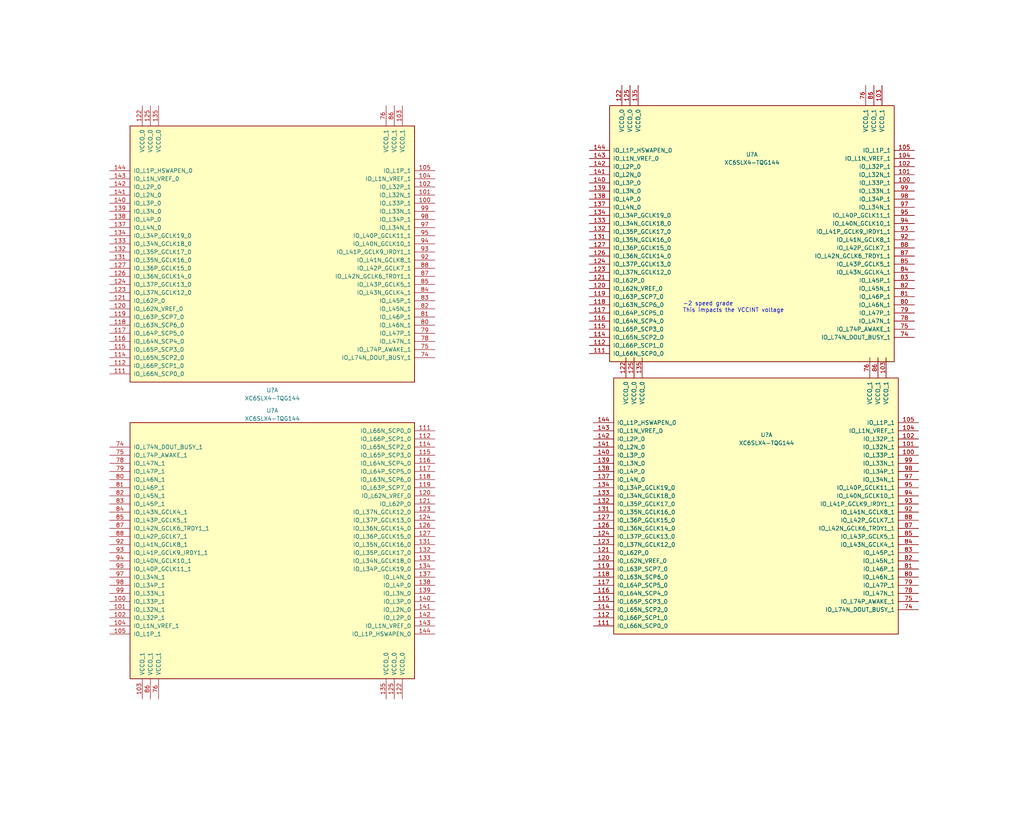
<source format=kicad_sch>
(kicad_sch (version 20210126) (generator eeschema)
  (paper "User" 319.989 259.994)
  (lib_symbols
    (symbol "FPGA_Xilinx_Spartan6:XC6SLX4-TQG144" (pin_names (offset 1.016))
      (property "Reference" "U" (at 0 1.27 0))
      (property "Value" "XC6SLX4-TQG144" (at 0 -1.27 0))
      (symbol "XC6SLX4-TQG144_1_1"
        (rectangle (start -44.45 36.83) (end 44.45 -43.18) (stroke (width 0.254)) (fill (type background)))
        (pin bidirectional line (at 50.8 12.7 180) (length 6.35) (name "IO_L33P_1") (number "100"))
        (pin bidirectional line (at 50.8 15.24 180) (length 6.35) (name "IO_L32N_1") (number "101"))
        (pin bidirectional line (at 50.8 17.78 180) (length 6.35) (name "IO_L32P_1") (number "102"))
        (pin power_in line (at 40.64 43.18 270) (length 6.35) (name "VCCO_1") (number "103"))
        (pin bidirectional line (at 50.8 20.32 180) (length 6.35) (name "IO_L1N_VREF_1") (number "104"))
        (pin bidirectional line (at 50.8 22.86 180) (length 6.35) (name "IO_L1P_1") (number "105"))
        (pin bidirectional line (at -50.8 -40.64 0) (length 6.35) (name "IO_L66N_SCP0_0") (number "111"))
        (pin bidirectional line (at -50.8 -38.1 0) (length 6.35) (name "IO_L66P_SCP1_0") (number "112"))
        (pin bidirectional line (at -50.8 -35.56 0) (length 6.35) (name "IO_L65N_SCP2_0") (number "114"))
        (pin bidirectional line (at -50.8 -33.02 0) (length 6.35) (name "IO_L65P_SCP3_0") (number "115"))
        (pin bidirectional line (at -50.8 -30.48 0) (length 6.35) (name "IO_L64N_SCP4_0") (number "116"))
        (pin bidirectional line (at -50.8 -27.94 0) (length 6.35) (name "IO_L64P_SCP5_0") (number "117"))
        (pin bidirectional line (at -50.8 -25.4 0) (length 6.35) (name "IO_L63N_SCP6_0") (number "118"))
        (pin bidirectional line (at -50.8 -22.86 0) (length 6.35) (name "IO_L63P_SCP7_0") (number "119"))
        (pin bidirectional line (at -50.8 -20.32 0) (length 6.35) (name "IO_L62N_VREF_0") (number "120"))
        (pin bidirectional line (at -50.8 -17.78 0) (length 6.35) (name "IO_L62P_0") (number "121"))
        (pin power_in line (at -40.64 43.18 270) (length 6.35) (name "VCCO_0") (number "122"))
        (pin bidirectional line (at -50.8 -15.24 0) (length 6.35) (name "IO_L37N_GCLK12_0") (number "123"))
        (pin bidirectional line (at -50.8 -12.7 0) (length 6.35) (name "IO_L37P_GCLK13_0") (number "124"))
        (pin power_in line (at -38.1 43.18 270) (length 6.35) (name "VCCO_0") (number "125"))
        (pin bidirectional line (at -50.8 -10.16 0) (length 6.35) (name "IO_L36N_GCLK14_0") (number "126"))
        (pin bidirectional line (at -50.8 -7.62 0) (length 6.35) (name "IO_L36P_GCLK15_0") (number "127"))
        (pin bidirectional line (at -50.8 -5.08 0) (length 6.35) (name "IO_L35N_GCLK16_0") (number "131"))
        (pin bidirectional line (at -50.8 -2.54 0) (length 6.35) (name "IO_L35P_GCLK17_0") (number "132"))
        (pin bidirectional line (at -50.8 0 0) (length 6.35) (name "IO_L34N_GCLK18_0") (number "133"))
        (pin bidirectional line (at -50.8 2.54 0) (length 6.35) (name "IO_L34P_GCLK19_0") (number "134"))
        (pin power_in line (at -35.56 43.18 270) (length 6.35) (name "VCCO_0") (number "135"))
        (pin bidirectional line (at -50.8 5.08 0) (length 6.35) (name "IO_L4N_0") (number "137"))
        (pin bidirectional line (at -50.8 7.62 0) (length 6.35) (name "IO_L4P_0") (number "138"))
        (pin bidirectional line (at -50.8 10.16 0) (length 6.35) (name "IO_L3N_0") (number "139"))
        (pin bidirectional line (at -50.8 12.7 0) (length 6.35) (name "IO_L3P_0") (number "140"))
        (pin bidirectional line (at -50.8 15.24 0) (length 6.35) (name "IO_L2N_0") (number "141"))
        (pin bidirectional line (at -50.8 17.78 0) (length 6.35) (name "IO_L2P_0") (number "142"))
        (pin bidirectional line (at -50.8 20.32 0) (length 6.35) (name "IO_L1N_VREF_0") (number "143"))
        (pin bidirectional line (at -50.8 22.86 0) (length 6.35) (name "IO_L1P_HSWAPEN_0") (number "144"))
        (pin bidirectional line (at 50.8 -35.56 180) (length 6.35) (name "IO_L74N_DOUT_BUSY_1") (number "74"))
        (pin bidirectional line (at 50.8 -33.02 180) (length 6.35) (name "IO_L74P_AWAKE_1") (number "75"))
        (pin power_in line (at 35.56 43.18 270) (length 6.35) (name "VCCO_1") (number "76"))
        (pin bidirectional line (at 50.8 -30.48 180) (length 6.35) (name "IO_L47N_1") (number "78"))
        (pin bidirectional line (at 50.8 -27.94 180) (length 6.35) (name "IO_L47P_1") (number "79"))
        (pin bidirectional line (at 50.8 -25.4 180) (length 6.35) (name "IO_L46N_1") (number "80"))
        (pin bidirectional line (at 50.8 -22.86 180) (length 6.35) (name "IO_L46P_1") (number "81"))
        (pin bidirectional line (at 50.8 -20.32 180) (length 6.35) (name "IO_L45N_1") (number "82"))
        (pin bidirectional line (at 50.8 -17.78 180) (length 6.35) (name "IO_L45P_1") (number "83"))
        (pin bidirectional line (at 50.8 -15.24 180) (length 6.35) (name "IO_L43N_GCLK4_1") (number "84"))
        (pin bidirectional line (at 50.8 -12.7 180) (length 6.35) (name "IO_L43P_GCLK5_1") (number "85"))
        (pin power_in line (at 38.1 43.18 270) (length 6.35) (name "VCCO_1") (number "86"))
        (pin bidirectional line (at 50.8 -10.16 180) (length 6.35) (name "IO_L42N_GCLK6_TRDY1_1") (number "87"))
        (pin bidirectional line (at 50.8 -7.62 180) (length 6.35) (name "IO_L42P_GCLK7_1") (number "88"))
        (pin bidirectional line (at 50.8 -5.08 180) (length 6.35) (name "IO_L41N_GCLK8_1") (number "92"))
        (pin bidirectional line (at 50.8 -2.54 180) (length 6.35) (name "IO_L41P_GCLK9_IRDY1_1") (number "93"))
        (pin bidirectional line (at 50.8 0 180) (length 6.35) (name "IO_L40N_GCLK10_1") (number "94"))
        (pin bidirectional line (at 50.8 2.54 180) (length 6.35) (name "IO_L40P_GCLK11_1") (number "95"))
        (pin bidirectional line (at 50.8 5.08 180) (length 6.35) (name "IO_L34N_1") (number "97"))
        (pin bidirectional line (at 50.8 7.62 180) (length 6.35) (name "IO_L34P_1") (number "98"))
        (pin bidirectional line (at 50.8 10.16 180) (length 6.35) (name "IO_L33N_1") (number "99"))
      )
      (symbol "XC6SLX4-TQG144_2_1"
        (rectangle (start -44.45 36.83) (end 44.45 -43.18) (stroke (width 0.254)) (fill (type background)))
        (pin bidirectional line (at 50.8 -40.64 180) (length 6.35) (name "IO_L83N_VREF_3") (number "1"))
        (pin bidirectional line (at 50.8 -22.86 180) (length 6.35) (name "IO_L50P_3") (number "10"))
        (pin bidirectional line (at 50.8 -20.32 180) (length 6.35) (name "IO_L49N_3") (number "11"))
        (pin bidirectional line (at 50.8 -17.78 180) (length 6.35) (name "IO_L49P_3") (number "12"))
        (pin bidirectional line (at 50.8 -15.24 180) (length 6.35) (name "IO_L44N_GCLK20_3") (number "14"))
        (pin bidirectional line (at 50.8 -12.7 180) (length 6.35) (name "IO_L44P_GCLK21_3") (number "15"))
        (pin bidirectional line (at 50.8 -10.16 180) (length 6.35) (name "IO_L43N_GCLK22_IRDY2_3") (number "16"))
        (pin bidirectional line (at 50.8 -7.62 180) (length 6.35) (name "IO_L43P_GCLK23_3") (number "17"))
        (pin power_in line (at 38.1 43.18 270) (length 6.35) (name "VCCO_3") (number "18"))
        (pin bidirectional line (at 50.8 -38.1 180) (length 6.35) (name "IO_L83P_3") (number "2"))
        (pin bidirectional line (at 50.8 -5.08 180) (length 6.35) (name "IO_L42N_GCLK24_3") (number "21"))
        (pin bidirectional line (at 50.8 -2.54 180) (length 6.35) (name "IO_L42P_GCLK25_TRDY2_3") (number "22"))
        (pin bidirectional line (at 50.8 0 180) (length 6.35) (name "IO_L41N_GCLK26_3") (number "23"))
        (pin bidirectional line (at 50.8 2.54 180) (length 6.35) (name "IO_L41P_GCLK27_3") (number "24"))
        (pin bidirectional line (at 50.8 5.08 180) (length 6.35) (name "IO_L37N_3") (number "26"))
        (pin bidirectional line (at 50.8 7.62 180) (length 6.35) (name "IO_L37P_3") (number "27"))
        (pin bidirectional line (at 50.8 10.16 180) (length 6.35) (name "IO_L36N_3") (number "29"))
        (pin bidirectional line (at 50.8 12.7 180) (length 6.35) (name "IO_L36P_3") (number "30"))
        (pin power_in line (at 40.64 43.18 270) (length 6.35) (name "VCCO_3") (number "31"))
        (pin bidirectional line (at 50.8 15.24 180) (length 6.35) (name "IO_L2N_3") (number "32"))
        (pin bidirectional line (at 50.8 17.78 180) (length 6.35) (name "IO_L2P_3") (number "33"))
        (pin bidirectional line (at 50.8 20.32 180) (length 6.35) (name "IO_L1N_VREF_3") (number "34"))
        (pin bidirectional line (at 50.8 22.86 180) (length 6.35) (name "IO_L1P_3") (number "35"))
        (pin bidirectional line (at -50.8 -40.64 0) (length 6.35) (name "IO_L65N_CSO_B_2") (number "38"))
        (pin bidirectional line (at -50.8 -38.1 0) (length 6.35) (name "IO_L65P_INIT_B_2") (number "39"))
        (pin power_in line (at 35.56 43.18 270) (length 6.35) (name "VCCO_3") (number "4"))
        (pin bidirectional line (at -50.8 -35.56 0) (length 6.35) (name "IO_L64N_D9_2") (number "40"))
        (pin bidirectional line (at -50.8 -33.02 0) (length 6.35) (name "IO_L64P_D8_2") (number "41"))
        (pin power_in line (at -40.64 43.18 270) (length 6.35) (name "VCCO_2") (number "42"))
        (pin bidirectional line (at -50.8 -30.48 0) (length 6.35) (name "IO_L62N_D6_2") (number "43"))
        (pin bidirectional line (at -50.8 -27.94 0) (length 6.35) (name "IO_L62P_D5_2") (number "44"))
        (pin bidirectional line (at -50.8 -25.4 0) (length 6.35) (name "IO_L49N_D4_2") (number "45"))
        (pin bidirectional line (at -50.8 -22.86 0) (length 6.35) (name "IO_L49P_D3_2") (number "46"))
        (pin bidirectional line (at -50.8 -20.32 0) (length 6.35) (name "IO_L48N_RDWR_B_VREF_2") (number "47"))
        (pin bidirectional line (at -50.8 -17.78 0) (length 6.35) (name "IO_L48P_D7_2") (number "48"))
        (pin bidirectional line (at 50.8 -35.56 180) (length 6.35) (name "IO_L52N_3") (number "5"))
        (pin bidirectional line (at -50.8 -15.24 0) (length 6.35) (name "IO_L31N_GCLK30_D15_2") (number "50"))
        (pin bidirectional line (at -50.8 -12.7 0) (length 6.35) (name "IO_L31P_GCLK31_D14_2") (number "51"))
        (pin bidirectional line (at -50.8 -10.16 0) (length 6.35) (name "IO_L30N_GCLK0_USERCCLK_2") (number "55"))
        (pin bidirectional line (at -50.8 -7.62 0) (length 6.35) (name "IO_L30P_GCLK1_D13_2") (number "56"))
        (pin bidirectional line (at -50.8 -5.08 0) (length 6.35) (name "IO_L14N_D12_2") (number "57"))
        (pin bidirectional line (at -50.8 -2.54 0) (length 6.35) (name "IO_L14P_D11_2") (number "58"))
        (pin bidirectional line (at -50.8 0 0) (length 6.35) (name "IO_L13N_D10_2") (number "59"))
        (pin bidirectional line (at 50.8 -33.02 180) (length 6.35) (name "IO_L52P_3") (number "6"))
        (pin bidirectional line (at -50.8 2.54 0) (length 6.35) (name "IO_L13P_M1_2") (number "60"))
        (pin bidirectional line (at -50.8 5.08 0) (length 6.35) (name "IO_L12N_D2_MISO3_2") (number "61"))
        (pin bidirectional line (at -50.8 7.62 0) (length 6.35) (name "IO_L12P_D1_MISO2_2") (number "62"))
        (pin power_in line (at -38.1 43.18 270) (length 6.35) (name "VCCO_2") (number "63"))
        (pin bidirectional line (at -50.8 10.16 0) (length 6.35) (name "IO_L3N_MOSI_CSI_B_MISO0_2") (number "64"))
        (pin bidirectional line (at -50.8 12.7 0) (length 6.35) (name "IO_L3P_D0_DIN_MISO_MISO1_2") (number "65"))
        (pin bidirectional line (at -50.8 15.24 0) (length 6.35) (name "IO_L2N_CMPMOSI_2") (number "66"))
        (pin bidirectional line (at -50.8 17.78 0) (length 6.35) (name "IO_L2P_CMPCLK_2") (number "67"))
        (pin bidirectional line (at -50.8 20.32 0) (length 6.35) (name "IO_L1N_M0_CMPMISO_2") (number "69"))
        (pin bidirectional line (at 50.8 -30.48 180) (length 6.35) (name "IO_L51N_3") (number "7"))
        (pin bidirectional line (at -50.8 22.86 0) (length 6.35) (name "IO_L1P_CCLK_2") (number "70"))
        (pin bidirectional line (at 50.8 -27.94 180) (length 6.35) (name "IO_L51P_3") (number "8"))
        (pin bidirectional line (at 50.8 -25.4 180) (length 6.35) (name "IO_L50N_3") (number "9"))
      )
      (symbol "XC6SLX4-TQG144_3_1"
        (rectangle (start -31.75 15.24) (end 31.75 -15.24) (stroke (width 0.254)) (fill (type background)))
        (pin bidirectional line (at 38.1 10.16 180) (length 6.35) (name "TDO") (number "106"))
        (pin bidirectional line (at 38.1 7.62 180) (length 6.35) (name "TMS") (number "107"))
        (pin bidirectional line (at 38.1 5.08 180) (length 6.35) (name "TCK") (number "109"))
        (pin bidirectional line (at 38.1 12.7 180) (length 6.35) (name "TDI") (number "110"))
        (pin bidirectional line (at 38.1 -2.54 180) (length 6.35) (name "PROGRAM_B_2") (number "37"))
        (pin bidirectional line (at 38.1 0 180) (length 6.35) (name "DONE_2") (number "71"))
        (pin bidirectional line (at 38.1 -12.7 180) (length 6.35) (name "CMPCS_B_2") (number "72"))
        (pin bidirectional line (at 38.1 -7.62 180) (length 6.35) (name "SUSPEND") (number "73"))
      )
      (symbol "XC6SLX4-TQG144_4_1"
        (rectangle (start -19.05 17.78) (end 19.05 -17.78) (stroke (width 0.254)) (fill (type background)))
        (pin power_in line (at 25.4 -7.62 180) (length 6.35) (name "GND") (number "108"))
        (pin power_in line (at 25.4 -10.16 180) (length 6.35) (name "GND") (number "113"))
        (pin power_in line (at 25.4 5.08 180) (length 6.35) (name "VCCINT") (number "128"))
        (pin power_in line (at -25.4 5.08 0) (length 6.35) (name "VCCAUX") (number "129"))
        (pin power_in line (at -25.4 -2.54 0) (length 6.35) (name "GND") (number "13"))
        (pin power_in line (at 25.4 -12.7 180) (length 6.35) (name "GND") (number "130"))
        (pin power_in line (at 25.4 -15.24 180) (length 6.35) (name "GND") (number "136"))
        (pin power_in line (at 25.4 15.24 180) (length 6.35) (name "VCCINT") (number "19"))
        (pin power_in line (at -25.4 15.24 0) (length 6.35) (name "VCCAUX") (number "20"))
        (pin power_in line (at -25.4 -5.08 0) (length 6.35) (name "GND") (number "25"))
        (pin power_in line (at 25.4 12.7 180) (length 6.35) (name "VCCINT") (number "28"))
        (pin power_in line (at -25.4 0 0) (length 6.35) (name "GND") (number "3"))
        (pin power_in line (at -25.4 12.7 0) (length 6.35) (name "VCCAUX") (number "36"))
        (pin power_in line (at -25.4 -7.62 0) (length 6.35) (name "GND") (number "49"))
        (pin power_in line (at 25.4 10.16 180) (length 6.35) (name "VCCINT") (number "52"))
        (pin power_in line (at -25.4 10.16 0) (length 6.35) (name "VCCAUX") (number "53"))
        (pin power_in line (at -25.4 -10.16 0) (length 6.35) (name "GND") (number "54"))
        (pin power_in line (at -25.4 -12.7 0) (length 6.35) (name "GND") (number "68"))
        (pin power_in line (at -25.4 -15.24 0) (length 6.35) (name "GND") (number "77"))
        (pin power_in line (at 25.4 7.62 180) (length 6.35) (name "VCCINT") (number "89"))
        (pin power_in line (at -25.4 7.62 0) (length 6.35) (name "VCCAUX") (number "90"))
        (pin power_in line (at 25.4 -2.54 180) (length 6.35) (name "GND") (number "91"))
        (pin power_in line (at 25.4 -5.08 180) (length 6.35) (name "GND") (number "96"))
      )
    )
  )
  (text "-2 speed grade\nThis impacts the VCCINT voltage" (at 213.36 97.79 0) (effects (font (size 1.27 1.27)) (justify left bottom)))
  (symbol (lib_id "FPGA_Xilinx_Spartan6:XC6SLX4-TQG144") (at 85.09 76.2 0)
    (property "Reference" "U?" (at 85.09 121.92 0))
    (property "Value" "XC6SLX4-TQG144" (at 85.09 124.46 0))
  )
  (symbol (lib_id "FPGA_Xilinx_Spartan6:XC6SLX4-TQG144") (at 85.09 175.26 180)
    (property "Reference" "U?" (at 85.09 128.27 0))
    (property "Value" "XC6SLX4-TQG144" (at 85.09 130.81 0))
  )
  (symbol (lib_id "FPGA_Xilinx_Spartan6:XC6SLX4-TQG144") (at 234.95 69.85 0)
    (property "Reference" "U?" (at 234.95 48.26 0))
    (property "Value" "XC6SLX4-TQG144" (at 234.95 50.8 0))
  )
  (symbol (lib_id "FPGA_Xilinx_Spartan6:XC6SLX4-TQG144") (at 236.22 154.94 0)
    (property "Reference" "U?" (at 239.522 135.89 0))
    (property "Value" "XC6SLX4-TQG144" (at 239.522 138.43 0))
  )
)
</source>
